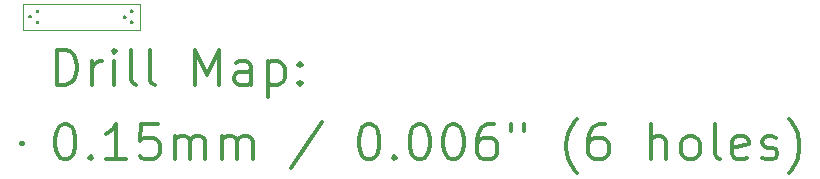
<source format=gbr>
%FSLAX45Y45*%
G04 Gerber Fmt 4.5, Leading zero omitted, Abs format (unit mm)*
G04 Created by KiCad (PCBNEW (5.1.0)-1) date 2019-09-19 22:08:58*
%MOMM*%
%LPD*%
G04 APERTURE LIST*
%ADD10C,0.050000*%
%ADD11C,0.200000*%
%ADD12C,0.300000*%
G04 APERTURE END LIST*
D10*
X11584940Y-8798560D02*
X11584940Y-8580120D01*
X12570460Y-8798560D02*
X11584940Y-8798560D01*
X12570460Y-8580120D02*
X12570460Y-8798560D01*
X11584940Y-8580120D02*
X12570460Y-8580120D01*
D11*
X11635098Y-8679808D02*
X11650098Y-8694808D01*
X11650098Y-8679808D02*
X11635098Y-8694808D01*
X11696058Y-8631548D02*
X11711058Y-8646548D01*
X11711058Y-8631548D02*
X11696058Y-8646548D01*
X11696058Y-8728068D02*
X11711058Y-8743068D01*
X11711058Y-8728068D02*
X11696058Y-8743068D01*
X12435098Y-8680276D02*
X12450098Y-8695276D01*
X12450098Y-8680276D02*
X12435098Y-8695276D01*
X12496058Y-8632016D02*
X12511058Y-8647016D01*
X12511058Y-8632016D02*
X12496058Y-8647016D01*
X12496058Y-8728536D02*
X12511058Y-8743536D01*
X12511058Y-8728536D02*
X12496058Y-8743536D01*
D12*
X11868868Y-9266774D02*
X11868868Y-8966774D01*
X11940297Y-8966774D01*
X11983154Y-8981060D01*
X12011726Y-9009632D01*
X12026011Y-9038203D01*
X12040297Y-9095346D01*
X12040297Y-9138203D01*
X12026011Y-9195346D01*
X12011726Y-9223917D01*
X11983154Y-9252489D01*
X11940297Y-9266774D01*
X11868868Y-9266774D01*
X12168868Y-9266774D02*
X12168868Y-9066774D01*
X12168868Y-9123917D02*
X12183154Y-9095346D01*
X12197440Y-9081060D01*
X12226011Y-9066774D01*
X12254583Y-9066774D01*
X12354583Y-9266774D02*
X12354583Y-9066774D01*
X12354583Y-8966774D02*
X12340297Y-8981060D01*
X12354583Y-8995346D01*
X12368868Y-8981060D01*
X12354583Y-8966774D01*
X12354583Y-8995346D01*
X12540297Y-9266774D02*
X12511726Y-9252489D01*
X12497440Y-9223917D01*
X12497440Y-8966774D01*
X12697440Y-9266774D02*
X12668868Y-9252489D01*
X12654583Y-9223917D01*
X12654583Y-8966774D01*
X13040297Y-9266774D02*
X13040297Y-8966774D01*
X13140297Y-9181060D01*
X13240297Y-8966774D01*
X13240297Y-9266774D01*
X13511726Y-9266774D02*
X13511726Y-9109632D01*
X13497440Y-9081060D01*
X13468868Y-9066774D01*
X13411726Y-9066774D01*
X13383154Y-9081060D01*
X13511726Y-9252489D02*
X13483154Y-9266774D01*
X13411726Y-9266774D01*
X13383154Y-9252489D01*
X13368868Y-9223917D01*
X13368868Y-9195346D01*
X13383154Y-9166774D01*
X13411726Y-9152489D01*
X13483154Y-9152489D01*
X13511726Y-9138203D01*
X13654583Y-9066774D02*
X13654583Y-9366774D01*
X13654583Y-9081060D02*
X13683154Y-9066774D01*
X13740297Y-9066774D01*
X13768868Y-9081060D01*
X13783154Y-9095346D01*
X13797440Y-9123917D01*
X13797440Y-9209632D01*
X13783154Y-9238203D01*
X13768868Y-9252489D01*
X13740297Y-9266774D01*
X13683154Y-9266774D01*
X13654583Y-9252489D01*
X13926011Y-9238203D02*
X13940297Y-9252489D01*
X13926011Y-9266774D01*
X13911726Y-9252489D01*
X13926011Y-9238203D01*
X13926011Y-9266774D01*
X13926011Y-9081060D02*
X13940297Y-9095346D01*
X13926011Y-9109632D01*
X13911726Y-9095346D01*
X13926011Y-9081060D01*
X13926011Y-9109632D01*
X11567440Y-9753560D02*
X11582440Y-9768560D01*
X11582440Y-9753560D02*
X11567440Y-9768560D01*
X11926011Y-9596774D02*
X11954583Y-9596774D01*
X11983154Y-9611060D01*
X11997440Y-9625346D01*
X12011726Y-9653917D01*
X12026011Y-9711060D01*
X12026011Y-9782489D01*
X12011726Y-9839632D01*
X11997440Y-9868203D01*
X11983154Y-9882489D01*
X11954583Y-9896774D01*
X11926011Y-9896774D01*
X11897440Y-9882489D01*
X11883154Y-9868203D01*
X11868868Y-9839632D01*
X11854583Y-9782489D01*
X11854583Y-9711060D01*
X11868868Y-9653917D01*
X11883154Y-9625346D01*
X11897440Y-9611060D01*
X11926011Y-9596774D01*
X12154583Y-9868203D02*
X12168868Y-9882489D01*
X12154583Y-9896774D01*
X12140297Y-9882489D01*
X12154583Y-9868203D01*
X12154583Y-9896774D01*
X12454583Y-9896774D02*
X12283154Y-9896774D01*
X12368868Y-9896774D02*
X12368868Y-9596774D01*
X12340297Y-9639632D01*
X12311726Y-9668203D01*
X12283154Y-9682489D01*
X12726011Y-9596774D02*
X12583154Y-9596774D01*
X12568868Y-9739632D01*
X12583154Y-9725346D01*
X12611726Y-9711060D01*
X12683154Y-9711060D01*
X12711726Y-9725346D01*
X12726011Y-9739632D01*
X12740297Y-9768203D01*
X12740297Y-9839632D01*
X12726011Y-9868203D01*
X12711726Y-9882489D01*
X12683154Y-9896774D01*
X12611726Y-9896774D01*
X12583154Y-9882489D01*
X12568868Y-9868203D01*
X12868868Y-9896774D02*
X12868868Y-9696774D01*
X12868868Y-9725346D02*
X12883154Y-9711060D01*
X12911726Y-9696774D01*
X12954583Y-9696774D01*
X12983154Y-9711060D01*
X12997440Y-9739632D01*
X12997440Y-9896774D01*
X12997440Y-9739632D02*
X13011726Y-9711060D01*
X13040297Y-9696774D01*
X13083154Y-9696774D01*
X13111726Y-9711060D01*
X13126011Y-9739632D01*
X13126011Y-9896774D01*
X13268868Y-9896774D02*
X13268868Y-9696774D01*
X13268868Y-9725346D02*
X13283154Y-9711060D01*
X13311726Y-9696774D01*
X13354583Y-9696774D01*
X13383154Y-9711060D01*
X13397440Y-9739632D01*
X13397440Y-9896774D01*
X13397440Y-9739632D02*
X13411726Y-9711060D01*
X13440297Y-9696774D01*
X13483154Y-9696774D01*
X13511726Y-9711060D01*
X13526011Y-9739632D01*
X13526011Y-9896774D01*
X14111726Y-9582489D02*
X13854583Y-9968203D01*
X14497440Y-9596774D02*
X14526011Y-9596774D01*
X14554583Y-9611060D01*
X14568868Y-9625346D01*
X14583154Y-9653917D01*
X14597440Y-9711060D01*
X14597440Y-9782489D01*
X14583154Y-9839632D01*
X14568868Y-9868203D01*
X14554583Y-9882489D01*
X14526011Y-9896774D01*
X14497440Y-9896774D01*
X14468868Y-9882489D01*
X14454583Y-9868203D01*
X14440297Y-9839632D01*
X14426011Y-9782489D01*
X14426011Y-9711060D01*
X14440297Y-9653917D01*
X14454583Y-9625346D01*
X14468868Y-9611060D01*
X14497440Y-9596774D01*
X14726011Y-9868203D02*
X14740297Y-9882489D01*
X14726011Y-9896774D01*
X14711726Y-9882489D01*
X14726011Y-9868203D01*
X14726011Y-9896774D01*
X14926011Y-9596774D02*
X14954583Y-9596774D01*
X14983154Y-9611060D01*
X14997440Y-9625346D01*
X15011726Y-9653917D01*
X15026011Y-9711060D01*
X15026011Y-9782489D01*
X15011726Y-9839632D01*
X14997440Y-9868203D01*
X14983154Y-9882489D01*
X14954583Y-9896774D01*
X14926011Y-9896774D01*
X14897440Y-9882489D01*
X14883154Y-9868203D01*
X14868868Y-9839632D01*
X14854583Y-9782489D01*
X14854583Y-9711060D01*
X14868868Y-9653917D01*
X14883154Y-9625346D01*
X14897440Y-9611060D01*
X14926011Y-9596774D01*
X15211726Y-9596774D02*
X15240297Y-9596774D01*
X15268868Y-9611060D01*
X15283154Y-9625346D01*
X15297440Y-9653917D01*
X15311726Y-9711060D01*
X15311726Y-9782489D01*
X15297440Y-9839632D01*
X15283154Y-9868203D01*
X15268868Y-9882489D01*
X15240297Y-9896774D01*
X15211726Y-9896774D01*
X15183154Y-9882489D01*
X15168868Y-9868203D01*
X15154583Y-9839632D01*
X15140297Y-9782489D01*
X15140297Y-9711060D01*
X15154583Y-9653917D01*
X15168868Y-9625346D01*
X15183154Y-9611060D01*
X15211726Y-9596774D01*
X15568868Y-9596774D02*
X15511726Y-9596774D01*
X15483154Y-9611060D01*
X15468868Y-9625346D01*
X15440297Y-9668203D01*
X15426011Y-9725346D01*
X15426011Y-9839632D01*
X15440297Y-9868203D01*
X15454583Y-9882489D01*
X15483154Y-9896774D01*
X15540297Y-9896774D01*
X15568868Y-9882489D01*
X15583154Y-9868203D01*
X15597440Y-9839632D01*
X15597440Y-9768203D01*
X15583154Y-9739632D01*
X15568868Y-9725346D01*
X15540297Y-9711060D01*
X15483154Y-9711060D01*
X15454583Y-9725346D01*
X15440297Y-9739632D01*
X15426011Y-9768203D01*
X15711726Y-9596774D02*
X15711726Y-9653917D01*
X15826011Y-9596774D02*
X15826011Y-9653917D01*
X16268868Y-10011060D02*
X16254583Y-9996774D01*
X16226011Y-9953917D01*
X16211726Y-9925346D01*
X16197440Y-9882489D01*
X16183154Y-9811060D01*
X16183154Y-9753917D01*
X16197440Y-9682489D01*
X16211726Y-9639632D01*
X16226011Y-9611060D01*
X16254583Y-9568203D01*
X16268868Y-9553917D01*
X16511726Y-9596774D02*
X16454583Y-9596774D01*
X16426011Y-9611060D01*
X16411726Y-9625346D01*
X16383154Y-9668203D01*
X16368868Y-9725346D01*
X16368868Y-9839632D01*
X16383154Y-9868203D01*
X16397440Y-9882489D01*
X16426011Y-9896774D01*
X16483154Y-9896774D01*
X16511726Y-9882489D01*
X16526011Y-9868203D01*
X16540297Y-9839632D01*
X16540297Y-9768203D01*
X16526011Y-9739632D01*
X16511726Y-9725346D01*
X16483154Y-9711060D01*
X16426011Y-9711060D01*
X16397440Y-9725346D01*
X16383154Y-9739632D01*
X16368868Y-9768203D01*
X16897440Y-9896774D02*
X16897440Y-9596774D01*
X17026011Y-9896774D02*
X17026011Y-9739632D01*
X17011726Y-9711060D01*
X16983154Y-9696774D01*
X16940297Y-9696774D01*
X16911726Y-9711060D01*
X16897440Y-9725346D01*
X17211726Y-9896774D02*
X17183154Y-9882489D01*
X17168868Y-9868203D01*
X17154583Y-9839632D01*
X17154583Y-9753917D01*
X17168868Y-9725346D01*
X17183154Y-9711060D01*
X17211726Y-9696774D01*
X17254583Y-9696774D01*
X17283154Y-9711060D01*
X17297440Y-9725346D01*
X17311726Y-9753917D01*
X17311726Y-9839632D01*
X17297440Y-9868203D01*
X17283154Y-9882489D01*
X17254583Y-9896774D01*
X17211726Y-9896774D01*
X17483154Y-9896774D02*
X17454583Y-9882489D01*
X17440297Y-9853917D01*
X17440297Y-9596774D01*
X17711726Y-9882489D02*
X17683154Y-9896774D01*
X17626011Y-9896774D01*
X17597440Y-9882489D01*
X17583154Y-9853917D01*
X17583154Y-9739632D01*
X17597440Y-9711060D01*
X17626011Y-9696774D01*
X17683154Y-9696774D01*
X17711726Y-9711060D01*
X17726011Y-9739632D01*
X17726011Y-9768203D01*
X17583154Y-9796774D01*
X17840297Y-9882489D02*
X17868868Y-9896774D01*
X17926011Y-9896774D01*
X17954583Y-9882489D01*
X17968868Y-9853917D01*
X17968868Y-9839632D01*
X17954583Y-9811060D01*
X17926011Y-9796774D01*
X17883154Y-9796774D01*
X17854583Y-9782489D01*
X17840297Y-9753917D01*
X17840297Y-9739632D01*
X17854583Y-9711060D01*
X17883154Y-9696774D01*
X17926011Y-9696774D01*
X17954583Y-9711060D01*
X18068868Y-10011060D02*
X18083154Y-9996774D01*
X18111726Y-9953917D01*
X18126011Y-9925346D01*
X18140297Y-9882489D01*
X18154583Y-9811060D01*
X18154583Y-9753917D01*
X18140297Y-9682489D01*
X18126011Y-9639632D01*
X18111726Y-9611060D01*
X18083154Y-9568203D01*
X18068868Y-9553917D01*
M02*

</source>
